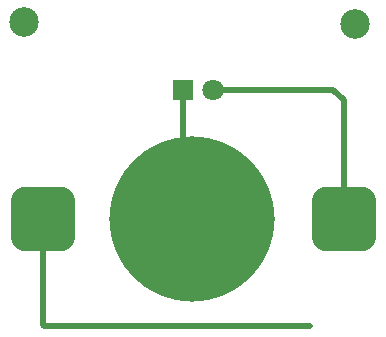
<source format=gbl>
G04 #@! TF.GenerationSoftware,KiCad,Pcbnew,8.0.6-8.0.6-0~ubuntu24.04.1*
G04 #@! TF.CreationDate,2024-11-08T14:35:27+00:00*
G04 #@! TF.ProjectId,I_Can_Solder_Badge,495f4361-6e5f-4536-9f6c-6465725f4261,rev?*
G04 #@! TF.SameCoordinates,Original*
G04 #@! TF.FileFunction,Copper,L2,Bot*
G04 #@! TF.FilePolarity,Positive*
%FSLAX46Y46*%
G04 Gerber Fmt 4.6, Leading zero omitted, Abs format (unit mm)*
G04 Created by KiCad (PCBNEW 8.0.6-8.0.6-0~ubuntu24.04.1) date 2024-11-08 14:35:27*
%MOMM*%
%LPD*%
G01*
G04 APERTURE LIST*
G04 Aperture macros list*
%AMRoundRect*
0 Rectangle with rounded corners*
0 $1 Rounding radius*
0 $2 $3 $4 $5 $6 $7 $8 $9 X,Y pos of 4 corners*
0 Add a 4 corners polygon primitive as box body*
4,1,4,$2,$3,$4,$5,$6,$7,$8,$9,$2,$3,0*
0 Add four circle primitives for the rounded corners*
1,1,$1+$1,$2,$3*
1,1,$1+$1,$4,$5*
1,1,$1+$1,$6,$7*
1,1,$1+$1,$8,$9*
0 Add four rect primitives between the rounded corners*
20,1,$1+$1,$2,$3,$4,$5,0*
20,1,$1+$1,$4,$5,$6,$7,0*
20,1,$1+$1,$6,$7,$8,$9,0*
20,1,$1+$1,$8,$9,$2,$3,0*%
G04 Aperture macros list end*
G04 #@! TA.AperFunction,ComponentPad*
%ADD10C,2.500000*%
G04 #@! TD*
G04 #@! TA.AperFunction,ComponentPad*
%ADD11R,1.800000X1.800000*%
G04 #@! TD*
G04 #@! TA.AperFunction,ComponentPad*
%ADD12C,1.800000*%
G04 #@! TD*
G04 #@! TA.AperFunction,SMDPad,CuDef*
%ADD13RoundRect,1.375000X-1.375000X-1.375000X1.375000X-1.375000X1.375000X1.375000X-1.375000X1.375000X0*%
G04 #@! TD*
G04 #@! TA.AperFunction,SMDPad,CuDef*
%ADD14C,14.000000*%
G04 #@! TD*
G04 #@! TA.AperFunction,Conductor*
%ADD15C,0.500000*%
G04 #@! TD*
G04 APERTURE END LIST*
D10*
X154800000Y-53900000D03*
D11*
X140225000Y-59500000D03*
D12*
X142765000Y-59500000D03*
D10*
X126800000Y-53800000D03*
D13*
X128400000Y-70400000D03*
X153900000Y-70400000D03*
D14*
X141060000Y-70400000D03*
D15*
X128400000Y-70400000D02*
X128400000Y-79400000D01*
X128400000Y-79400000D02*
X128500000Y-79500000D01*
X128500000Y-79500000D02*
X151000000Y-79500000D01*
X140225000Y-59500000D02*
X140225000Y-69565000D01*
X140225000Y-69565000D02*
X141060000Y-70400000D01*
X153900000Y-60400000D02*
X153000000Y-59500000D01*
X153900000Y-70400000D02*
X153900000Y-60400000D01*
X153000000Y-59500000D02*
X142765000Y-59500000D01*
M02*

</source>
